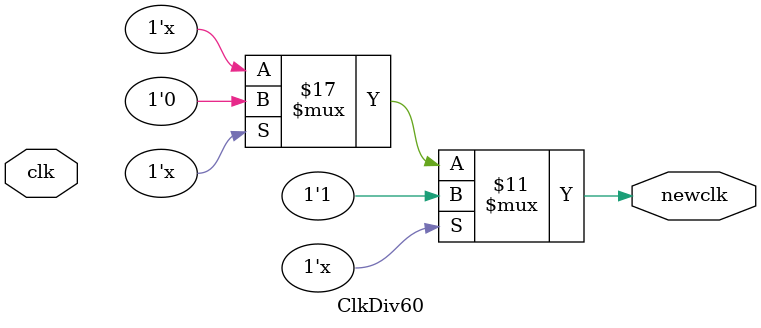
<source format=v>
module ClkDiv60(
  output newclk,
  input clk
);

integer div = 1200;
reg newclk = 0;

always @(clk) 
begin
  if (div != 0)
  begin
    newclk = 0;
    div = div - 1;
  end
  if (div == 0)
  begin
    newclk = 1;
    div = 1200;
  end
  end
endmodule

</source>
